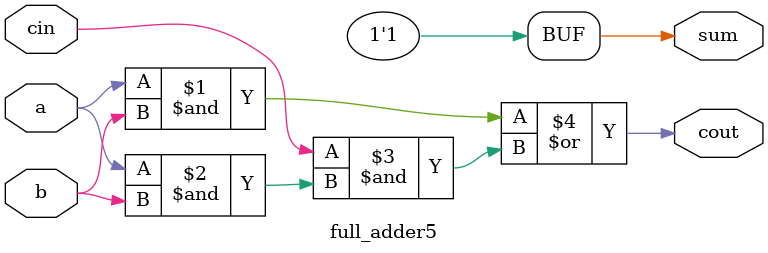
<source format=v>
module full_adder5(a,b,cin,sum,cout);
input a,b,cin;
output sum,cout;
assign sum = 1'b1;
assign cout = a&b|cin&(a&b); 
// initial begin
//     $display("The incorrect adder with xor1 having out/1");
// end   
endmodule
</source>
